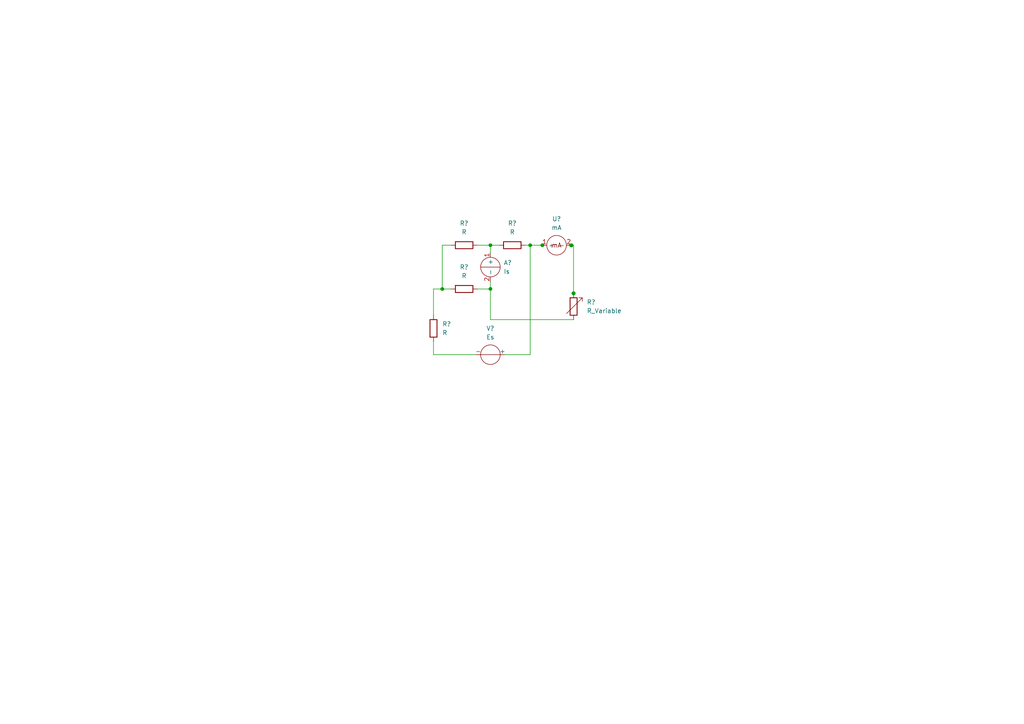
<source format=kicad_sch>
(kicad_sch (version 20211123) (generator eeschema)

  (uuid 73d964f1-23db-475b-b180-bbf17305a418)

  (paper "A4")

  (lib_symbols
    (symbol "Device:R" (pin_numbers hide) (pin_names (offset 0)) (in_bom yes) (on_board yes)
      (property "Reference" "R" (id 0) (at 2.032 0 90)
        (effects (font (size 1.27 1.27)))
      )
      (property "Value" "R" (id 1) (at 0 0 90)
        (effects (font (size 1.27 1.27)))
      )
      (property "Footprint" "" (id 2) (at -1.778 0 90)
        (effects (font (size 1.27 1.27)) hide)
      )
      (property "Datasheet" "~" (id 3) (at 0 0 0)
        (effects (font (size 1.27 1.27)) hide)
      )
      (property "ki_keywords" "R res resistor" (id 4) (at 0 0 0)
        (effects (font (size 1.27 1.27)) hide)
      )
      (property "ki_description" "Resistor" (id 5) (at 0 0 0)
        (effects (font (size 1.27 1.27)) hide)
      )
      (property "ki_fp_filters" "R_*" (id 6) (at 0 0 0)
        (effects (font (size 1.27 1.27)) hide)
      )
      (symbol "R_0_1"
        (rectangle (start -1.016 -2.54) (end 1.016 2.54)
          (stroke (width 0.254) (type default) (color 0 0 0 0))
          (fill (type none))
        )
      )
      (symbol "R_1_1"
        (pin passive line (at 0 3.81 270) (length 1.27)
          (name "~" (effects (font (size 1.27 1.27))))
          (number "1" (effects (font (size 1.27 1.27))))
        )
        (pin passive line (at 0 -3.81 90) (length 1.27)
          (name "~" (effects (font (size 1.27 1.27))))
          (number "2" (effects (font (size 1.27 1.27))))
        )
      )
    )
    (symbol "Device:R_Variable" (pin_numbers hide) (pin_names (offset 0)) (in_bom yes) (on_board yes)
      (property "Reference" "R" (id 0) (at 2.54 -2.54 90)
        (effects (font (size 1.27 1.27)) (justify left))
      )
      (property "Value" "R_Variable" (id 1) (at -2.54 -1.27 90)
        (effects (font (size 1.27 1.27)) (justify left))
      )
      (property "Footprint" "" (id 2) (at -1.778 0 90)
        (effects (font (size 1.27 1.27)) hide)
      )
      (property "Datasheet" "~" (id 3) (at 0 0 0)
        (effects (font (size 1.27 1.27)) hide)
      )
      (property "ki_keywords" "R res resistor variable potentiometer rheostat" (id 4) (at 0 0 0)
        (effects (font (size 1.27 1.27)) hide)
      )
      (property "ki_description" "Variable resistor" (id 5) (at 0 0 0)
        (effects (font (size 1.27 1.27)) hide)
      )
      (property "ki_fp_filters" "R_*" (id 6) (at 0 0 0)
        (effects (font (size 1.27 1.27)) hide)
      )
      (symbol "R_Variable_0_1"
        (rectangle (start -1.016 -2.54) (end 1.016 2.54)
          (stroke (width 0.254) (type default) (color 0 0 0 0))
          (fill (type none))
        )
        (polyline
          (pts
            (xy 2.54 1.524)
            (xy 2.54 2.54)
            (xy 1.524 2.54)
            (xy 2.54 2.54)
            (xy -2.032 -2.032)
          )
          (stroke (width 0) (type default) (color 0 0 0 0))
          (fill (type none))
        )
      )
      (symbol "R_Variable_1_1"
        (pin passive line (at 0 3.81 270) (length 1.27)
          (name "~" (effects (font (size 1.27 1.27))))
          (number "1" (effects (font (size 1.27 1.27))))
        )
        (pin passive line (at 0 -3.81 90) (length 1.27)
          (name "~" (effects (font (size 1.27 1.27))))
          (number "2" (effects (font (size 1.27 1.27))))
        )
      )
    )
    (symbol "test2021:Es" (pin_numbers hide) (pin_names (offset 0)) (in_bom yes) (on_board yes)
      (property "Reference" "V" (id 0) (at -3.5306 2.7178 0)
        (effects (font (size 1.27 1.27)))
      )
      (property "Value" "Es" (id 1) (at -2.9972 -3.3274 0)
        (effects (font (size 1.27 1.27)))
      )
      (property "Footprint" "" (id 2) (at -1.778 0 90)
        (effects (font (size 1.27 1.27)) hide)
      )
      (property "Datasheet" "~" (id 3) (at -3.5306 -1.0668 0)
        (effects (font (size 1.27 1.27)) hide)
      )
      (property "ki_keywords" "R res resistor" (id 4) (at 0 0 0)
        (effects (font (size 1.27 1.27)) hide)
      )
      (property "ki_description" "Resistor" (id 5) (at 0 0 0)
        (effects (font (size 1.27 1.27)) hide)
      )
      (property "ki_fp_filters" "R_*" (id 6) (at 0 0 0)
        (effects (font (size 1.27 1.27)) hide)
      )
      (symbol "Es_0_1"
        (polyline
          (pts
            (xy 0 2.8194)
            (xy 0 2.8194)
          )
          (stroke (width 0) (type default) (color 0 0 0 0))
          (fill (type none))
        )
        (polyline
          (pts
            (xy 0 2.8448)
            (xy 0 -2.8702)
          )
          (stroke (width 0) (type default) (color 0 0 0 0))
          (fill (type none))
        )
        (circle (center 0 0) (radius 2.8398)
          (stroke (width 0) (type default) (color 0 0 0 0))
          (fill (type none))
        )
      )
      (symbol "Es_1_1"
        (pin passive line (at 0 4.1402 270) (length 1.27)
          (name "+" (effects (font (size 1.27 1.27))))
          (number "1" (effects (font (size 1.27 1.27))))
        )
        (pin passive line (at 0 -4.1656 90) (length 1.27)
          (name "-" (effects (font (size 1.27 1.27))))
          (number "2" (effects (font (size 1.27 1.27))))
        )
      )
    )
    (symbol "test2021:Is" (in_bom yes) (on_board yes)
      (property "Reference" "A" (id 0) (at -3.2258 -3.2004 0)
        (effects (font (size 1.27 1.27)))
      )
      (property "Value" "Is" (id 1) (at -3.5052 2.286 0)
        (effects (font (size 1.27 1.27)))
      )
      (property "Footprint" "" (id 2) (at 0.0762 -0.0254 0)
        (effects (font (size 1.27 1.27)) hide)
      )
      (property "Datasheet" "" (id 3) (at 0.0762 -0.0254 0)
        (effects (font (size 1.27 1.27)) hide)
      )
      (symbol "Is_0_1"
        (polyline
          (pts
            (xy -2.8448 0)
            (xy 2.794 0)
          )
          (stroke (width 0) (type default) (color 0 0 0 0))
          (fill (type none))
        )
        (polyline
          (pts
            (xy 0 2.8194)
            (xy 0 2.8194)
          )
          (stroke (width 0) (type default) (color 0 0 0 0))
          (fill (type none))
        )
        (circle (center 0 0) (radius 2.8398)
          (stroke (width 0) (type default) (color 0 0 0 0))
          (fill (type none))
        )
      )
      (symbol "Is_1_1"
        (pin passive line (at 0 4.1402 270) (length 1.27)
          (name "+" (effects (font (size 1.27 1.27))))
          (number "1" (effects (font (size 1.27 1.27))))
        )
        (pin passive line (at 0 -4.1656 90) (length 1.27)
          (name "-" (effects (font (size 1.27 1.27))))
          (number "2" (effects (font (size 1.27 1.27))))
        )
      )
    )
    (symbol "test2021:mA" (in_bom yes) (on_board yes)
      (property "Reference" "U" (id 0) (at -0.9652 -3.6322 0)
        (effects (font (size 1.27 1.27)))
      )
      (property "Value" "mA" (id 1) (at -4.5212 3.683 0)
        (effects (font (size 1.27 1.27)))
      )
      (property "Footprint" "" (id 2) (at 0.1524 -0.0508 0)
        (effects (font (size 1.27 1.27)) hide)
      )
      (property "Datasheet" "" (id 3) (at 0.1524 -0.0508 0)
        (effects (font (size 1.27 1.27)) hide)
      )
      (symbol "mA_0_0"
        (text "mA" (at 0.0508 -0.0254 0)
          (effects (font (size 1.27 1.27)))
        )
      )
      (symbol "mA_0_1"
        (polyline
          (pts
            (xy -2.7813 -0.0127)
            (xy -2.7813 -0.0127)
          )
          (stroke (width 0) (type default) (color 0 0 0 0))
          (fill (type none))
        )
        (circle (center 0.0381 -0.0127) (radius 2.8398)
          (stroke (width 0) (type default) (color 0 0 0 0))
          (fill (type none))
        )
      )
      (symbol "mA_1_1"
        (pin passive line (at -4.1021 -0.0127 0) (length 1.27)
          (name "+" (effects (font (size 1.27 1.27))))
          (number "1" (effects (font (size 1.27 1.27))))
        )
        (pin passive line (at 4.2037 -0.0127 180) (length 1.27)
          (name "-" (effects (font (size 1.27 1.27))))
          (number "2" (effects (font (size 1.27 1.27))))
        )
      )
    )
  )

  (junction (at 142.24 71.12) (diameter 0) (color 0 0 0 0)
    (uuid 1ad0e4d4-e9f1-4a65-80c7-124314560ea8)
  )
  (junction (at 153.7716 71.12) (diameter 0) (color 0 0 0 0)
    (uuid 2440e38c-476e-4038-b71b-e4e4a48be3c7)
  )
  (junction (at 157.2895 71.1327) (diameter 0) (color 0 0 0 0)
    (uuid 4ba4ca1c-1d9e-4e84-85ee-daf901370d11)
  )
  (junction (at 166.3446 85.0646) (diameter 0) (color 0 0 0 0)
    (uuid 5fdf6eac-0eac-42f0-9cda-822b0352f668)
  )
  (junction (at 166.37 85.0646) (diameter 0) (color 0 0 0 0)
    (uuid 6ce4a3d2-4717-489e-a0b5-8a3180ac9c82)
  )
  (junction (at 142.24 83.7946) (diameter 0) (color 0 0 0 0)
    (uuid 84f02472-b35b-4b6b-b38f-4f0e63008011)
  )
  (junction (at 166.37 85.09) (diameter 0) (color 0 0 0 0)
    (uuid 9530d90c-f91c-4a91-8672-504537abb282)
  )
  (junction (at 165.7604 71.1454) (diameter 0) (color 0 0 0 0)
    (uuid bde5eb39-c1d7-48d5-966c-8b35078f613c)
  )
  (junction (at 128.27 83.82) (diameter 0) (color 0 0 0 0)
    (uuid c0fe6e79-54c1-441d-ac71-dc018e5219c0)
  )
  (junction (at 165.735 71.1708) (diameter 0) (color 0 0 0 0)
    (uuid f0a179bc-b00a-4b9d-bf7e-fad7ae103f19)
  )
  (junction (at 165.608 71.1454) (diameter 0) (color 0 0 0 0)
    (uuid f1c53151-391d-4964-b3b6-b839904274b7)
  )

  (wire (pts (xy 166.3446 85.0646) (xy 166.37 85.0646))
    (stroke (width 0) (type default) (color 0 0 0 0))
    (uuid 01fa4ddc-64ec-4170-ada4-df5d97dc2db3)
  )
  (wire (pts (xy 125.73 91.44) (xy 125.73 83.82))
    (stroke (width 0) (type default) (color 0 0 0 0))
    (uuid 06e466d4-8b62-4a54-b5ab-965088a68a60)
  )
  (wire (pts (xy 125.73 102.87) (xy 138.0744 102.87))
    (stroke (width 0) (type default) (color 0 0 0 0))
    (uuid 11c27a7a-0d22-43a8-9b07-6a2f9241526e)
  )
  (wire (pts (xy 165.735 71.1708) (xy 166.3446 71.1708))
    (stroke (width 0) (type default) (color 0 0 0 0))
    (uuid 1aa59aca-dc57-4034-8177-1ed19ccef4a1)
  )
  (wire (pts (xy 153.7716 71.12) (xy 157.2768 71.12))
    (stroke (width 0) (type default) (color 0 0 0 0))
    (uuid 1ab11325-5542-4ae0-ab61-08ab890d74bf)
  )
  (wire (pts (xy 165.608 71.1454) (xy 165.7604 71.1454))
    (stroke (width 0) (type default) (color 0 0 0 0))
    (uuid 1fe653c1-4e57-4672-ac4c-b0916c8d8c6e)
  )
  (wire (pts (xy 166.37 85.0646) (xy 166.37 85.09))
    (stroke (width 0) (type default) (color 0 0 0 0))
    (uuid 20c46eab-831b-472e-96c4-300c2907a441)
  )
  (wire (pts (xy 138.43 71.12) (xy 142.24 71.12))
    (stroke (width 0) (type default) (color 0 0 0 0))
    (uuid 23e5e3c9-38c5-4bdf-ba7d-689fc6dd02cc)
  )
  (wire (pts (xy 142.24 92.71) (xy 166.37 92.71))
    (stroke (width 0) (type default) (color 0 0 0 0))
    (uuid 3692ddbd-a53c-430c-8c62-d077b7eea60b)
  )
  (wire (pts (xy 130.81 71.12) (xy 128.27 71.12))
    (stroke (width 0) (type default) (color 0 0 0 0))
    (uuid 3c86ab6a-8de0-41d4-b355-620e3cc3968b)
  )
  (wire (pts (xy 166.3446 71.1708) (xy 166.3446 85.0646))
    (stroke (width 0) (type default) (color 0 0 0 0))
    (uuid 454d63d4-ec66-45e3-91f0-950f24fdfc3c)
  )
  (wire (pts (xy 142.24 71.12) (xy 144.78 71.12))
    (stroke (width 0) (type default) (color 0 0 0 0))
    (uuid 51f1127a-72f7-49e5-b162-1cda2b8db7c3)
  )
  (wire (pts (xy 125.73 83.82) (xy 128.27 83.82))
    (stroke (width 0) (type default) (color 0 0 0 0))
    (uuid 652d9419-5647-45ba-a469-ebe7f079e78f)
  )
  (wire (pts (xy 128.27 83.82) (xy 130.81 83.82))
    (stroke (width 0) (type default) (color 0 0 0 0))
    (uuid 74162372-e56e-490a-a3fe-c037dbad2b42)
  )
  (wire (pts (xy 165.5826 71.12) (xy 165.608 71.12))
    (stroke (width 0) (type default) (color 0 0 0 0))
    (uuid 743377c3-71b1-4130-8777-8a1a39427a94)
  )
  (wire (pts (xy 146.3802 102.87) (xy 153.7716 102.87))
    (stroke (width 0) (type default) (color 0 0 0 0))
    (uuid 7a97c0ef-8855-47ae-b8c8-204e010be31d)
  )
  (wire (pts (xy 142.24 71.12) (xy 142.24 73.3298))
    (stroke (width 0) (type default) (color 0 0 0 0))
    (uuid a18e0c65-c21b-4d48-8a58-b7914b10f86d)
  )
  (wire (pts (xy 152.4 71.12) (xy 153.7716 71.12))
    (stroke (width 0) (type default) (color 0 0 0 0))
    (uuid a74ed595-8abd-43b4-92d2-5ad83dcd0f86)
  )
  (wire (pts (xy 128.27 71.12) (xy 128.27 83.82))
    (stroke (width 0) (type default) (color 0 0 0 0))
    (uuid ac38dd31-5bb4-4517-a896-8f6cdb208964)
  )
  (wire (pts (xy 142.24 83.82) (xy 142.24 92.71))
    (stroke (width 0) (type default) (color 0 0 0 0))
    (uuid d9c502b3-bdbb-45de-aad1-c74eaee85c78)
  )
  (wire (pts (xy 125.73 99.06) (xy 125.73 102.87))
    (stroke (width 0) (type default) (color 0 0 0 0))
    (uuid e57e2aa6-fc2a-468e-a5c7-87f5c466c298)
  )
  (wire (pts (xy 138.43 83.82) (xy 142.24 83.82))
    (stroke (width 0) (type default) (color 0 0 0 0))
    (uuid f7f913c2-08e7-4b89-98c5-986a0955ae51)
  )
  (wire (pts (xy 142.24 81.6356) (xy 142.24 83.7946))
    (stroke (width 0) (type default) (color 0 0 0 0))
    (uuid f8d6540a-c9c9-4e5c-92b3-6176268a1f28)
  )
  (wire (pts (xy 153.7716 102.87) (xy 153.7716 71.12))
    (stroke (width 0) (type default) (color 0 0 0 0))
    (uuid fc3adc0f-49fb-490a-9dda-666554bdc41d)
  )

  (symbol (lib_id "test2021:Is") (at 142.24 77.47 0) (unit 1)
    (in_bom yes) (on_board yes) (fields_autoplaced)
    (uuid 020caddd-c7a5-4f53-b5c1-a44a998f35ef)
    (property "Reference" "A?" (id 0) (at 146.05 76.2126 0)
      (effects (font (size 1.27 1.27)) (justify left))
    )
    (property "Value" "Is" (id 1) (at 146.05 78.7526 0)
      (effects (font (size 1.27 1.27)) (justify left))
    )
    (property "Footprint" "" (id 2) (at 142.3162 77.4954 0)
      (effects (font (size 1.27 1.27)) hide)
    )
    (property "Datasheet" "" (id 3) (at 142.3162 77.4954 0)
      (effects (font (size 1.27 1.27)) hide)
    )
    (pin "1" (uuid 27ab1d31-05fe-4a69-9197-05381552f3d9))
    (pin "2" (uuid 2b93fcae-46e7-4088-9088-7b05cc2c3a1b))
  )

  (symbol (lib_id "test2021:Es") (at 142.24 102.87 270) (unit 1)
    (in_bom yes) (on_board yes) (fields_autoplaced)
    (uuid 319cbde2-542f-4aac-b113-322a22edd0a9)
    (property "Reference" "V?" (id 0) (at 142.2273 95.25 90))
    (property "Value" "Es" (id 1) (at 142.2273 97.79 90))
    (property "Footprint" "" (id 2) (at 142.24 101.092 90)
      (effects (font (size 1.27 1.27)) hide)
    )
    (property "Datasheet" "~" (id 3) (at 141.1732 99.3394 0)
      (effects (font (size 1.27 1.27)) hide)
    )
    (pin "1" (uuid 9966cbe5-3983-414a-9495-e43ba2c45f59))
    (pin "2" (uuid 70b5f91a-bba8-4b8f-82db-3195d82ee226))
  )

  (symbol (lib_id "Device:R_Variable") (at 166.37 88.9 0) (unit 1)
    (in_bom yes) (on_board yes) (fields_autoplaced)
    (uuid 47cfd585-b4dd-4a98-b0cd-90bb20dedfaf)
    (property "Reference" "R?" (id 0) (at 170.18 87.6299 0)
      (effects (font (size 1.27 1.27)) (justify left))
    )
    (property "Value" "R_Variable" (id 1) (at 170.18 90.1699 0)
      (effects (font (size 1.27 1.27)) (justify left))
    )
    (property "Footprint" "" (id 2) (at 164.592 88.9 90)
      (effects (font (size 1.27 1.27)) hide)
    )
    (property "Datasheet" "~" (id 3) (at 166.37 88.9 0)
      (effects (font (size 1.27 1.27)) hide)
    )
    (pin "1" (uuid c88d861f-8b23-4a83-aa92-6671ef268c8e))
    (pin "2" (uuid 0fac763e-e295-4f82-a0e5-d6eae2af2e46))
  )

  (symbol (lib_id "Device:R") (at 148.59 71.12 90) (unit 1)
    (in_bom yes) (on_board yes) (fields_autoplaced)
    (uuid 4d1fa568-deed-41fa-83a6-e4c699afcb56)
    (property "Reference" "R?" (id 0) (at 148.59 64.77 90))
    (property "Value" "R" (id 1) (at 148.59 67.31 90))
    (property "Footprint" "" (id 2) (at 148.59 72.898 90)
      (effects (font (size 1.27 1.27)) hide)
    )
    (property "Datasheet" "~" (id 3) (at 148.59 71.12 0)
      (effects (font (size 1.27 1.27)) hide)
    )
    (pin "1" (uuid 055a7410-1377-400c-8634-eba4272918f5))
    (pin "2" (uuid f35824e4-08cf-4d7a-8e1d-8efcac125ea8))
  )

  (symbol (lib_id "Device:R") (at 125.73 95.25 180) (unit 1)
    (in_bom yes) (on_board yes) (fields_autoplaced)
    (uuid 8cf407a3-8ae2-4acf-b2d8-21731947404d)
    (property "Reference" "R?" (id 0) (at 128.27 93.9799 0)
      (effects (font (size 1.27 1.27)) (justify right))
    )
    (property "Value" "R" (id 1) (at 128.27 96.5199 0)
      (effects (font (size 1.27 1.27)) (justify right))
    )
    (property "Footprint" "" (id 2) (at 127.508 95.25 90)
      (effects (font (size 1.27 1.27)) hide)
    )
    (property "Datasheet" "~" (id 3) (at 125.73 95.25 0)
      (effects (font (size 1.27 1.27)) hide)
    )
    (pin "1" (uuid 675dd3b0-f4e8-4070-9b24-1029e8502bd9))
    (pin "2" (uuid 272bbad3-5a2e-4b87-b99f-e59cbff9e79d))
  )

  (symbol (lib_id "Device:R") (at 134.62 83.82 90) (unit 1)
    (in_bom yes) (on_board yes) (fields_autoplaced)
    (uuid dc661518-b0fd-4983-a7a2-47e37b22b6be)
    (property "Reference" "R?" (id 0) (at 134.62 77.47 90))
    (property "Value" "R" (id 1) (at 134.62 80.01 90))
    (property "Footprint" "" (id 2) (at 134.62 85.598 90)
      (effects (font (size 1.27 1.27)) hide)
    )
    (property "Datasheet" "~" (id 3) (at 134.62 83.82 0)
      (effects (font (size 1.27 1.27)) hide)
    )
    (pin "1" (uuid 7d70cb57-7677-4e54-a2cb-eecae054e3c9))
    (pin "2" (uuid 34a69675-235f-4b46-b960-913bf393cbf3))
  )

  (symbol (lib_id "test2021:mA") (at 161.3916 71.12 0) (unit 1)
    (in_bom yes) (on_board yes) (fields_autoplaced)
    (uuid f3fda30d-a2bd-4e19-966c-7b10dc4a5940)
    (property "Reference" "U?" (id 0) (at 161.4424 63.5 0))
    (property "Value" "mA" (id 1) (at 161.4424 66.04 0))
    (property "Footprint" "" (id 2) (at 161.544 71.1708 0)
      (effects (font (size 1.27 1.27)) hide)
    )
    (property "Datasheet" "" (id 3) (at 161.544 71.1708 0)
      (effects (font (size 1.27 1.27)) hide)
    )
    (pin "1" (uuid ce2426fb-4d3d-4930-9998-c56ff54fe1d4))
    (pin "2" (uuid a81f4cd0-3ff1-4232-835f-530ce086d80a))
  )

  (symbol (lib_id "Device:R") (at 134.62 71.12 90) (unit 1)
    (in_bom yes) (on_board yes) (fields_autoplaced)
    (uuid f506ea28-6f87-462a-8ac1-f66a27e452f4)
    (property "Reference" "R?" (id 0) (at 134.62 64.77 90))
    (property "Value" "R" (id 1) (at 134.62 67.31 90))
    (property "Footprint" "" (id 2) (at 134.62 72.898 90)
      (effects (font (size 1.27 1.27)) hide)
    )
    (property "Datasheet" "~" (id 3) (at 134.62 71.12 0)
      (effects (font (size 1.27 1.27)) hide)
    )
    (pin "1" (uuid 44652373-c077-4ef9-9c02-044276c7d4dd))
    (pin "2" (uuid f02cb114-54cd-4003-bf40-c2ebc19fd945))
  )

  (sheet_instances
    (path "/" (page "1"))
  )

  (symbol_instances
    (path "/020caddd-c7a5-4f53-b5c1-a44a998f35ef"
      (reference "A?") (unit 1) (value "Is") (footprint "")
    )
    (path "/47cfd585-b4dd-4a98-b0cd-90bb20dedfaf"
      (reference "R?") (unit 1) (value "R_Variable") (footprint "")
    )
    (path "/4d1fa568-deed-41fa-83a6-e4c699afcb56"
      (reference "R?") (unit 1) (value "R") (footprint "")
    )
    (path "/8cf407a3-8ae2-4acf-b2d8-21731947404d"
      (reference "R?") (unit 1) (value "R") (footprint "")
    )
    (path "/dc661518-b0fd-4983-a7a2-47e37b22b6be"
      (reference "R?") (unit 1) (value "R") (footprint "")
    )
    (path "/f506ea28-6f87-462a-8ac1-f66a27e452f4"
      (reference "R?") (unit 1) (value "R") (footprint "")
    )
    (path "/f3fda30d-a2bd-4e19-966c-7b10dc4a5940"
      (reference "U?") (unit 1) (value "mA") (footprint "")
    )
    (path "/319cbde2-542f-4aac-b113-322a22edd0a9"
      (reference "V?") (unit 1) (value "Es") (footprint "")
    )
  )
)

</source>
